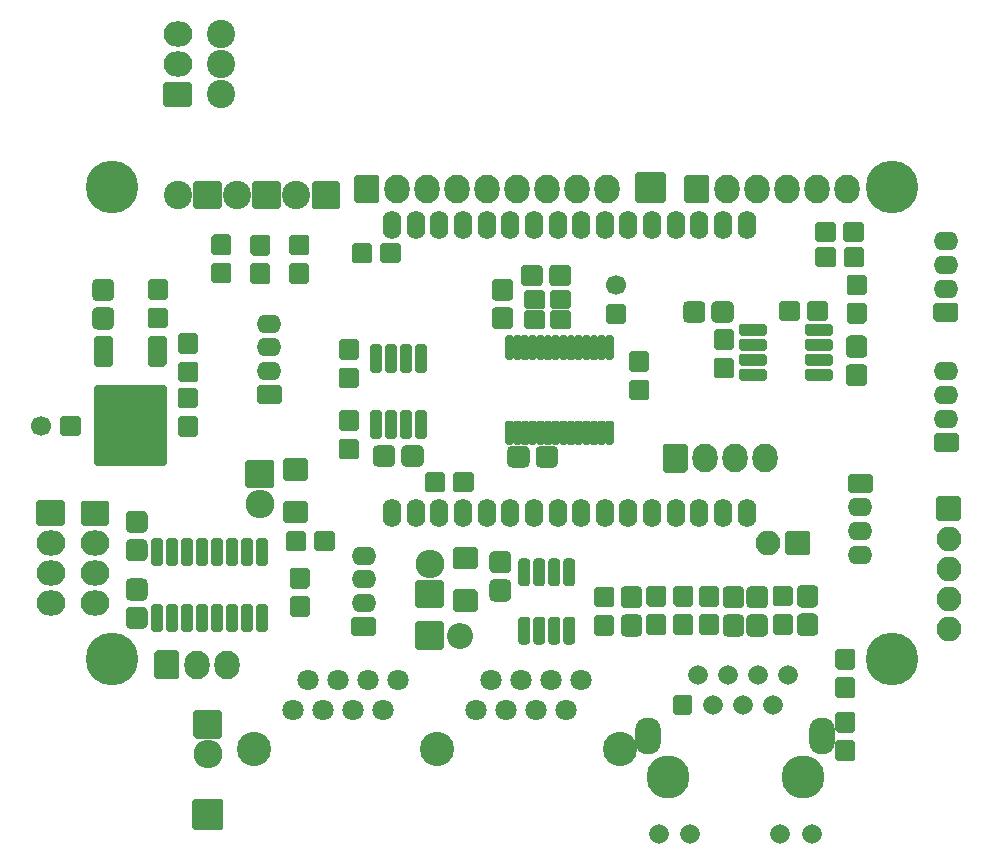
<source format=gts>
G04 #@! TF.GenerationSoftware,KiCad,Pcbnew,5.1.10-88a1d61d58~90~ubuntu20.04.1*
G04 #@! TF.CreationDate,2021-11-30T20:52:45+01:00*
G04 #@! TF.ProjectId,SRSE2,53525345-322e-46b6-9963-61645f706362,1.1*
G04 #@! TF.SameCoordinates,Original*
G04 #@! TF.FileFunction,Soldermask,Top*
G04 #@! TF.FilePolarity,Negative*
%FSLAX46Y46*%
G04 Gerber Fmt 4.6, Leading zero omitted, Abs format (unit mm)*
G04 Created by KiCad (PCBNEW 5.1.10-88a1d61d58~90~ubuntu20.04.1) date 2021-11-30 20:52:45*
%MOMM*%
%LPD*%
G01*
G04 APERTURE LIST*
%ADD10C,1.700000*%
%ADD11O,2.100000X2.100000*%
%ADD12O,1.600000X2.400000*%
%ADD13C,1.670000*%
%ADD14C,3.650000*%
%ADD15O,2.200000X3.143200*%
%ADD16C,1.800000*%
%ADD17C,2.900000*%
%ADD18C,4.464000*%
%ADD19C,2.400000*%
%ADD20O,2.127200X2.432000*%
%ADD21O,2.432000X2.432000*%
%ADD22O,2.432000X2.127200*%
%ADD23O,2.099260X1.598880*%
%ADD24O,2.200000X2.200000*%
G04 APERTURE END LIST*
G36*
G01*
X158707900Y-101114950D02*
X158707900Y-100053050D01*
G75*
G02*
X159101950Y-99659000I394050J0D01*
G01*
X160213850Y-99659000D01*
G75*
G02*
X160607900Y-100053050I0J-394050D01*
G01*
X160607900Y-101114950D01*
G75*
G02*
X160213850Y-101509000I-394050J0D01*
G01*
X159101950Y-101509000D01*
G75*
G02*
X158707900Y-101114950I0J394050D01*
G01*
G37*
G36*
G01*
X158207900Y-100053050D02*
X158207900Y-101114950D01*
G75*
G02*
X157813850Y-101509000I-394050J0D01*
G01*
X156701950Y-101509000D01*
G75*
G02*
X156307900Y-101114950I0J394050D01*
G01*
X156307900Y-100053050D01*
G75*
G02*
X156701950Y-99659000I394050J0D01*
G01*
X157813850Y-99659000D01*
G75*
G02*
X158207900Y-100053050I0J-394050D01*
G01*
G37*
G36*
G01*
X146416800Y-126394800D02*
X146916800Y-126394800D01*
G75*
G02*
X147166800Y-126644800I0J-250000D01*
G01*
X147166800Y-128494800D01*
G75*
G02*
X146916800Y-128744800I-250000J0D01*
G01*
X146416800Y-128744800D01*
G75*
G02*
X146166800Y-128494800I0J250000D01*
G01*
X146166800Y-126644800D01*
G75*
G02*
X146416800Y-126394800I250000J0D01*
G01*
G37*
G36*
G01*
X145146800Y-126394800D02*
X145646800Y-126394800D01*
G75*
G02*
X145896800Y-126644800I0J-250000D01*
G01*
X145896800Y-128494800D01*
G75*
G02*
X145646800Y-128744800I-250000J0D01*
G01*
X145146800Y-128744800D01*
G75*
G02*
X144896800Y-128494800I0J250000D01*
G01*
X144896800Y-126644800D01*
G75*
G02*
X145146800Y-126394800I250000J0D01*
G01*
G37*
G36*
G01*
X143876800Y-126394800D02*
X144376800Y-126394800D01*
G75*
G02*
X144626800Y-126644800I0J-250000D01*
G01*
X144626800Y-128494800D01*
G75*
G02*
X144376800Y-128744800I-250000J0D01*
G01*
X143876800Y-128744800D01*
G75*
G02*
X143626800Y-128494800I0J250000D01*
G01*
X143626800Y-126644800D01*
G75*
G02*
X143876800Y-126394800I250000J0D01*
G01*
G37*
G36*
G01*
X142606800Y-126394800D02*
X143106800Y-126394800D01*
G75*
G02*
X143356800Y-126644800I0J-250000D01*
G01*
X143356800Y-128494800D01*
G75*
G02*
X143106800Y-128744800I-250000J0D01*
G01*
X142606800Y-128744800D01*
G75*
G02*
X142356800Y-128494800I0J250000D01*
G01*
X142356800Y-126644800D01*
G75*
G02*
X142606800Y-126394800I250000J0D01*
G01*
G37*
G36*
G01*
X142606800Y-121444800D02*
X143106800Y-121444800D01*
G75*
G02*
X143356800Y-121694800I0J-250000D01*
G01*
X143356800Y-123544800D01*
G75*
G02*
X143106800Y-123794800I-250000J0D01*
G01*
X142606800Y-123794800D01*
G75*
G02*
X142356800Y-123544800I0J250000D01*
G01*
X142356800Y-121694800D01*
G75*
G02*
X142606800Y-121444800I250000J0D01*
G01*
G37*
G36*
G01*
X143876800Y-121444800D02*
X144376800Y-121444800D01*
G75*
G02*
X144626800Y-121694800I0J-250000D01*
G01*
X144626800Y-123544800D01*
G75*
G02*
X144376800Y-123794800I-250000J0D01*
G01*
X143876800Y-123794800D01*
G75*
G02*
X143626800Y-123544800I0J250000D01*
G01*
X143626800Y-121694800D01*
G75*
G02*
X143876800Y-121444800I250000J0D01*
G01*
G37*
G36*
G01*
X145146800Y-121444800D02*
X145646800Y-121444800D01*
G75*
G02*
X145896800Y-121694800I0J-250000D01*
G01*
X145896800Y-123544800D01*
G75*
G02*
X145646800Y-123794800I-250000J0D01*
G01*
X145146800Y-123794800D01*
G75*
G02*
X144896800Y-123544800I0J250000D01*
G01*
X144896800Y-121694800D01*
G75*
G02*
X145146800Y-121444800I250000J0D01*
G01*
G37*
G36*
G01*
X146416800Y-121444800D02*
X146916800Y-121444800D01*
G75*
G02*
X147166800Y-121694800I0J-250000D01*
G01*
X147166800Y-123544800D01*
G75*
G02*
X146916800Y-123794800I-250000J0D01*
G01*
X146416800Y-123794800D01*
G75*
G02*
X146166800Y-123544800I0J250000D01*
G01*
X146166800Y-121694800D01*
G75*
G02*
X146416800Y-121444800I250000J0D01*
G01*
G37*
G36*
G01*
X140312050Y-123211400D02*
X141373950Y-123211400D01*
G75*
G02*
X141768000Y-123605450I0J-394050D01*
G01*
X141768000Y-124717350D01*
G75*
G02*
X141373950Y-125111400I-394050J0D01*
G01*
X140312050Y-125111400D01*
G75*
G02*
X139918000Y-124717350I0J394050D01*
G01*
X139918000Y-123605450D01*
G75*
G02*
X140312050Y-123211400I394050J0D01*
G01*
G37*
G36*
G01*
X141373950Y-122711400D02*
X140312050Y-122711400D01*
G75*
G02*
X139918000Y-122317350I0J394050D01*
G01*
X139918000Y-121205450D01*
G75*
G02*
X140312050Y-120811400I394050J0D01*
G01*
X141373950Y-120811400D01*
G75*
G02*
X141768000Y-121205450I0J-394050D01*
G01*
X141768000Y-122317350D01*
G75*
G02*
X141373950Y-122711400I-394050J0D01*
G01*
G37*
G36*
G01*
X122644800Y-116572400D02*
X124344800Y-116572400D01*
G75*
G02*
X124544800Y-116772400I0J-200000D01*
G01*
X124544800Y-118272400D01*
G75*
G02*
X124344800Y-118472400I-200000J0D01*
G01*
X122644800Y-118472400D01*
G75*
G02*
X122444800Y-118272400I0J200000D01*
G01*
X122444800Y-116772400D01*
G75*
G02*
X122644800Y-116572400I200000J0D01*
G01*
G37*
G36*
G01*
X122644800Y-112972400D02*
X124344800Y-112972400D01*
G75*
G02*
X124544800Y-113172400I0J-200000D01*
G01*
X124544800Y-114672400D01*
G75*
G02*
X124344800Y-114872400I-200000J0D01*
G01*
X122644800Y-114872400D01*
G75*
G02*
X122444800Y-114672400I0J200000D01*
G01*
X122444800Y-113172400D01*
G75*
G02*
X122644800Y-112972400I200000J0D01*
G01*
G37*
G36*
G01*
X138721200Y-122365400D02*
X137021200Y-122365400D01*
G75*
G02*
X136821200Y-122165400I0J200000D01*
G01*
X136821200Y-120665400D01*
G75*
G02*
X137021200Y-120465400I200000J0D01*
G01*
X138721200Y-120465400D01*
G75*
G02*
X138921200Y-120665400I0J-200000D01*
G01*
X138921200Y-122165400D01*
G75*
G02*
X138721200Y-122365400I-200000J0D01*
G01*
G37*
G36*
G01*
X138721200Y-125965400D02*
X137021200Y-125965400D01*
G75*
G02*
X136821200Y-125765400I0J200000D01*
G01*
X136821200Y-124265400D01*
G75*
G02*
X137021200Y-124065400I200000J0D01*
G01*
X138721200Y-124065400D01*
G75*
G02*
X138921200Y-124265400I0J-200000D01*
G01*
X138921200Y-125765400D01*
G75*
G02*
X138721200Y-125965400I-200000J0D01*
G01*
G37*
G36*
G01*
X155687000Y-126182000D02*
X156987000Y-126182000D01*
G75*
G02*
X157187000Y-126382000I0J-200000D01*
G01*
X157187000Y-127732000D01*
G75*
G02*
X156987000Y-127932000I-200000J0D01*
G01*
X155687000Y-127932000D01*
G75*
G02*
X155487000Y-127732000I0J200000D01*
G01*
X155487000Y-126382000D01*
G75*
G02*
X155687000Y-126182000I200000J0D01*
G01*
G37*
G36*
G01*
X155687000Y-123782000D02*
X156987000Y-123782000D01*
G75*
G02*
X157187000Y-123982000I0J-200000D01*
G01*
X157187000Y-125332000D01*
G75*
G02*
X156987000Y-125532000I-200000J0D01*
G01*
X155687000Y-125532000D01*
G75*
G02*
X155487000Y-125332000I0J200000D01*
G01*
X155487000Y-123982000D01*
G75*
G02*
X155687000Y-123782000I200000J0D01*
G01*
G37*
G36*
G01*
X116571000Y-96413200D02*
X117871000Y-96413200D01*
G75*
G02*
X118071000Y-96613200I0J-200000D01*
G01*
X118071000Y-97963200D01*
G75*
G02*
X117871000Y-98163200I-200000J0D01*
G01*
X116571000Y-98163200D01*
G75*
G02*
X116371000Y-97963200I0J200000D01*
G01*
X116371000Y-96613200D01*
G75*
G02*
X116571000Y-96413200I200000J0D01*
G01*
G37*
G36*
G01*
X116571000Y-94013200D02*
X117871000Y-94013200D01*
G75*
G02*
X118071000Y-94213200I0J-200000D01*
G01*
X118071000Y-95563200D01*
G75*
G02*
X117871000Y-95763200I-200000J0D01*
G01*
X116571000Y-95763200D01*
G75*
G02*
X116371000Y-95563200I0J200000D01*
G01*
X116371000Y-94213200D01*
G75*
G02*
X116571000Y-94013200I200000J0D01*
G01*
G37*
G36*
G01*
X119873000Y-96464000D02*
X121173000Y-96464000D01*
G75*
G02*
X121373000Y-96664000I0J-200000D01*
G01*
X121373000Y-98014000D01*
G75*
G02*
X121173000Y-98214000I-200000J0D01*
G01*
X119873000Y-98214000D01*
G75*
G02*
X119673000Y-98014000I0J200000D01*
G01*
X119673000Y-96664000D01*
G75*
G02*
X119873000Y-96464000I200000J0D01*
G01*
G37*
G36*
G01*
X119873000Y-94064000D02*
X121173000Y-94064000D01*
G75*
G02*
X121373000Y-94264000I0J-200000D01*
G01*
X121373000Y-95614000D01*
G75*
G02*
X121173000Y-95814000I-200000J0D01*
G01*
X119873000Y-95814000D01*
G75*
G02*
X119673000Y-95614000I0J200000D01*
G01*
X119673000Y-94264000D01*
G75*
G02*
X119873000Y-94064000I200000J0D01*
G01*
G37*
G36*
G01*
X151965900Y-106306500D02*
X153265900Y-106306500D01*
G75*
G02*
X153465900Y-106506500I0J-200000D01*
G01*
X153465900Y-107856500D01*
G75*
G02*
X153265900Y-108056500I-200000J0D01*
G01*
X151965900Y-108056500D01*
G75*
G02*
X151765900Y-107856500I0J200000D01*
G01*
X151765900Y-106506500D01*
G75*
G02*
X151965900Y-106306500I200000J0D01*
G01*
G37*
G36*
G01*
X151965900Y-103906500D02*
X153265900Y-103906500D01*
G75*
G02*
X153465900Y-104106500I0J-200000D01*
G01*
X153465900Y-105456500D01*
G75*
G02*
X153265900Y-105656500I-200000J0D01*
G01*
X151965900Y-105656500D01*
G75*
G02*
X151765900Y-105456500I0J200000D01*
G01*
X151765900Y-104106500D01*
G75*
G02*
X151965900Y-103906500I200000J0D01*
G01*
G37*
G36*
G01*
X123149600Y-96438600D02*
X124449600Y-96438600D01*
G75*
G02*
X124649600Y-96638600I0J-200000D01*
G01*
X124649600Y-97988600D01*
G75*
G02*
X124449600Y-98188600I-200000J0D01*
G01*
X123149600Y-98188600D01*
G75*
G02*
X122949600Y-97988600I0J200000D01*
G01*
X122949600Y-96638600D01*
G75*
G02*
X123149600Y-96438600I200000J0D01*
G01*
G37*
G36*
G01*
X123149600Y-94038600D02*
X124449600Y-94038600D01*
G75*
G02*
X124649600Y-94238600I0J-200000D01*
G01*
X124649600Y-95588600D01*
G75*
G02*
X124449600Y-95788600I-200000J0D01*
G01*
X123149600Y-95788600D01*
G75*
G02*
X122949600Y-95588600I0J200000D01*
G01*
X122949600Y-94238600D01*
G75*
G02*
X123149600Y-94038600I200000J0D01*
G01*
G37*
G36*
G01*
X166825000Y-101150000D02*
X166825000Y-99850000D01*
G75*
G02*
X167025000Y-99650000I200000J0D01*
G01*
X168375000Y-99650000D01*
G75*
G02*
X168575000Y-99850000I0J-200000D01*
G01*
X168575000Y-101150000D01*
G75*
G02*
X168375000Y-101350000I-200000J0D01*
G01*
X167025000Y-101350000D01*
G75*
G02*
X166825000Y-101150000I0J200000D01*
G01*
G37*
G36*
G01*
X164425000Y-101150000D02*
X164425000Y-99850000D01*
G75*
G02*
X164625000Y-99650000I200000J0D01*
G01*
X165975000Y-99650000D01*
G75*
G02*
X166175000Y-99850000I0J-200000D01*
G01*
X166175000Y-101150000D01*
G75*
G02*
X165975000Y-101350000I-200000J0D01*
G01*
X164625000Y-101350000D01*
G75*
G02*
X164425000Y-101150000I0J200000D01*
G01*
G37*
G36*
G01*
X171650000Y-99175000D02*
X170350000Y-99175000D01*
G75*
G02*
X170150000Y-98975000I0J200000D01*
G01*
X170150000Y-97625000D01*
G75*
G02*
X170350000Y-97425000I200000J0D01*
G01*
X171650000Y-97425000D01*
G75*
G02*
X171850000Y-97625000I0J-200000D01*
G01*
X171850000Y-98975000D01*
G75*
G02*
X171650000Y-99175000I-200000J0D01*
G01*
G37*
G36*
G01*
X171650000Y-101575000D02*
X170350000Y-101575000D01*
G75*
G02*
X170150000Y-101375000I0J200000D01*
G01*
X170150000Y-100025000D01*
G75*
G02*
X170350000Y-99825000I200000J0D01*
G01*
X171650000Y-99825000D01*
G75*
G02*
X171850000Y-100025000I0J-200000D01*
G01*
X171850000Y-101375000D01*
G75*
G02*
X171650000Y-101575000I-200000J0D01*
G01*
G37*
G36*
G01*
X150281400Y-125582800D02*
X148981400Y-125582800D01*
G75*
G02*
X148781400Y-125382800I0J200000D01*
G01*
X148781400Y-124032800D01*
G75*
G02*
X148981400Y-123832800I200000J0D01*
G01*
X150281400Y-123832800D01*
G75*
G02*
X150481400Y-124032800I0J-200000D01*
G01*
X150481400Y-125382800D01*
G75*
G02*
X150281400Y-125582800I-200000J0D01*
G01*
G37*
G36*
G01*
X150281400Y-127982800D02*
X148981400Y-127982800D01*
G75*
G02*
X148781400Y-127782800I0J200000D01*
G01*
X148781400Y-126432800D01*
G75*
G02*
X148981400Y-126232800I200000J0D01*
G01*
X150281400Y-126232800D01*
G75*
G02*
X150481400Y-126432800I0J-200000D01*
G01*
X150481400Y-127782800D01*
G75*
G02*
X150281400Y-127982800I-200000J0D01*
G01*
G37*
G36*
G01*
X169403000Y-136850000D02*
X170703000Y-136850000D01*
G75*
G02*
X170903000Y-137050000I0J-200000D01*
G01*
X170903000Y-138400000D01*
G75*
G02*
X170703000Y-138600000I-200000J0D01*
G01*
X169403000Y-138600000D01*
G75*
G02*
X169203000Y-138400000I0J200000D01*
G01*
X169203000Y-137050000D01*
G75*
G02*
X169403000Y-136850000I200000J0D01*
G01*
G37*
G36*
G01*
X169403000Y-134450000D02*
X170703000Y-134450000D01*
G75*
G02*
X170903000Y-134650000I0J-200000D01*
G01*
X170903000Y-136000000D01*
G75*
G02*
X170703000Y-136200000I-200000J0D01*
G01*
X169403000Y-136200000D01*
G75*
G02*
X169203000Y-136000000I0J200000D01*
G01*
X169203000Y-134650000D01*
G75*
G02*
X169403000Y-134450000I200000J0D01*
G01*
G37*
G36*
G01*
X169403000Y-131516000D02*
X170703000Y-131516000D01*
G75*
G02*
X170903000Y-131716000I0J-200000D01*
G01*
X170903000Y-133066000D01*
G75*
G02*
X170703000Y-133266000I-200000J0D01*
G01*
X169403000Y-133266000D01*
G75*
G02*
X169203000Y-133066000I0J200000D01*
G01*
X169203000Y-131716000D01*
G75*
G02*
X169403000Y-131516000I200000J0D01*
G01*
G37*
G36*
G01*
X169403000Y-129116000D02*
X170703000Y-129116000D01*
G75*
G02*
X170903000Y-129316000I0J-200000D01*
G01*
X170903000Y-130666000D01*
G75*
G02*
X170703000Y-130866000I-200000J0D01*
G01*
X169403000Y-130866000D01*
G75*
G02*
X169203000Y-130666000I0J200000D01*
G01*
X169203000Y-129316000D01*
G75*
G02*
X169403000Y-129116000I200000J0D01*
G01*
G37*
G36*
G01*
X153401000Y-126182000D02*
X154701000Y-126182000D01*
G75*
G02*
X154901000Y-126382000I0J-200000D01*
G01*
X154901000Y-127732000D01*
G75*
G02*
X154701000Y-127932000I-200000J0D01*
G01*
X153401000Y-127932000D01*
G75*
G02*
X153201000Y-127732000I0J200000D01*
G01*
X153201000Y-126382000D01*
G75*
G02*
X153401000Y-126182000I200000J0D01*
G01*
G37*
G36*
G01*
X153401000Y-123782000D02*
X154701000Y-123782000D01*
G75*
G02*
X154901000Y-123982000I0J-200000D01*
G01*
X154901000Y-125332000D01*
G75*
G02*
X154701000Y-125532000I-200000J0D01*
G01*
X153401000Y-125532000D01*
G75*
G02*
X153201000Y-125332000I0J200000D01*
G01*
X153201000Y-123982000D01*
G75*
G02*
X153401000Y-123782000I200000J0D01*
G01*
G37*
G36*
G01*
X157846000Y-126182000D02*
X159146000Y-126182000D01*
G75*
G02*
X159346000Y-126382000I0J-200000D01*
G01*
X159346000Y-127732000D01*
G75*
G02*
X159146000Y-127932000I-200000J0D01*
G01*
X157846000Y-127932000D01*
G75*
G02*
X157646000Y-127732000I0J200000D01*
G01*
X157646000Y-126382000D01*
G75*
G02*
X157846000Y-126182000I200000J0D01*
G01*
G37*
G36*
G01*
X157846000Y-123782000D02*
X159146000Y-123782000D01*
G75*
G02*
X159346000Y-123982000I0J-200000D01*
G01*
X159346000Y-125332000D01*
G75*
G02*
X159146000Y-125532000I-200000J0D01*
G01*
X157846000Y-125532000D01*
G75*
G02*
X157646000Y-125332000I0J200000D01*
G01*
X157646000Y-123982000D01*
G75*
G02*
X157846000Y-123782000I200000J0D01*
G01*
G37*
G36*
G01*
X164119800Y-126156600D02*
X165419800Y-126156600D01*
G75*
G02*
X165619800Y-126356600I0J-200000D01*
G01*
X165619800Y-127706600D01*
G75*
G02*
X165419800Y-127906600I-200000J0D01*
G01*
X164119800Y-127906600D01*
G75*
G02*
X163919800Y-127706600I0J200000D01*
G01*
X163919800Y-126356600D01*
G75*
G02*
X164119800Y-126156600I200000J0D01*
G01*
G37*
G36*
G01*
X164119800Y-123756600D02*
X165419800Y-123756600D01*
G75*
G02*
X165619800Y-123956600I0J-200000D01*
G01*
X165619800Y-125306600D01*
G75*
G02*
X165419800Y-125506600I-200000J0D01*
G01*
X164119800Y-125506600D01*
G75*
G02*
X163919800Y-125306600I0J200000D01*
G01*
X163919800Y-123956600D01*
G75*
G02*
X164119800Y-123756600I200000J0D01*
G01*
G37*
G36*
G01*
X136175000Y-114350000D02*
X136175000Y-115650000D01*
G75*
G02*
X135975000Y-115850000I-200000J0D01*
G01*
X134625000Y-115850000D01*
G75*
G02*
X134425000Y-115650000I0J200000D01*
G01*
X134425000Y-114350000D01*
G75*
G02*
X134625000Y-114150000I200000J0D01*
G01*
X135975000Y-114150000D01*
G75*
G02*
X136175000Y-114350000I0J-200000D01*
G01*
G37*
G36*
G01*
X138575000Y-114350000D02*
X138575000Y-115650000D01*
G75*
G02*
X138375000Y-115850000I-200000J0D01*
G01*
X137025000Y-115850000D01*
G75*
G02*
X136825000Y-115650000I0J200000D01*
G01*
X136825000Y-114350000D01*
G75*
G02*
X137025000Y-114150000I200000J0D01*
G01*
X138375000Y-114150000D01*
G75*
G02*
X138575000Y-114350000I0J-200000D01*
G01*
G37*
G36*
G01*
X160416000Y-103815000D02*
X159116000Y-103815000D01*
G75*
G02*
X158916000Y-103615000I0J200000D01*
G01*
X158916000Y-102265000D01*
G75*
G02*
X159116000Y-102065000I200000J0D01*
G01*
X160416000Y-102065000D01*
G75*
G02*
X160616000Y-102265000I0J-200000D01*
G01*
X160616000Y-103615000D01*
G75*
G02*
X160416000Y-103815000I-200000J0D01*
G01*
G37*
G36*
G01*
X160416000Y-106215000D02*
X159116000Y-106215000D01*
G75*
G02*
X158916000Y-106015000I0J200000D01*
G01*
X158916000Y-104665000D01*
G75*
G02*
X159116000Y-104465000I200000J0D01*
G01*
X160416000Y-104465000D01*
G75*
G02*
X160616000Y-104665000I0J-200000D01*
G01*
X160616000Y-106015000D01*
G75*
G02*
X160416000Y-106215000I-200000J0D01*
G01*
G37*
G36*
G01*
X130648600Y-96255600D02*
X130648600Y-94955600D01*
G75*
G02*
X130848600Y-94755600I200000J0D01*
G01*
X132198600Y-94755600D01*
G75*
G02*
X132398600Y-94955600I0J-200000D01*
G01*
X132398600Y-96255600D01*
G75*
G02*
X132198600Y-96455600I-200000J0D01*
G01*
X130848600Y-96455600D01*
G75*
G02*
X130648600Y-96255600I0J200000D01*
G01*
G37*
G36*
G01*
X128248600Y-96255600D02*
X128248600Y-94955600D01*
G75*
G02*
X128448600Y-94755600I200000J0D01*
G01*
X129798600Y-94755600D01*
G75*
G02*
X129998600Y-94955600I0J-200000D01*
G01*
X129998600Y-96255600D01*
G75*
G02*
X129798600Y-96455600I-200000J0D01*
G01*
X128448600Y-96455600D01*
G75*
G02*
X128248600Y-96255600I0J200000D01*
G01*
G37*
G36*
G01*
X124500400Y-124004200D02*
X123200400Y-124004200D01*
G75*
G02*
X123000400Y-123804200I0J200000D01*
G01*
X123000400Y-122454200D01*
G75*
G02*
X123200400Y-122254200I200000J0D01*
G01*
X124500400Y-122254200D01*
G75*
G02*
X124700400Y-122454200I0J-200000D01*
G01*
X124700400Y-123804200D01*
G75*
G02*
X124500400Y-124004200I-200000J0D01*
G01*
G37*
G36*
G01*
X124500400Y-126404200D02*
X123200400Y-126404200D01*
G75*
G02*
X123000400Y-126204200I0J200000D01*
G01*
X123000400Y-124854200D01*
G75*
G02*
X123200400Y-124654200I200000J0D01*
G01*
X124500400Y-124654200D01*
G75*
G02*
X124700400Y-124854200I0J-200000D01*
G01*
X124700400Y-126204200D01*
G75*
G02*
X124500400Y-126404200I-200000J0D01*
G01*
G37*
G36*
G01*
X124414400Y-119339600D02*
X124414400Y-120639600D01*
G75*
G02*
X124214400Y-120839600I-200000J0D01*
G01*
X122864400Y-120839600D01*
G75*
G02*
X122664400Y-120639600I0J200000D01*
G01*
X122664400Y-119339600D01*
G75*
G02*
X122864400Y-119139600I200000J0D01*
G01*
X124214400Y-119139600D01*
G75*
G02*
X124414400Y-119339600I0J-200000D01*
G01*
G37*
G36*
G01*
X126814400Y-119339600D02*
X126814400Y-120639600D01*
G75*
G02*
X126614400Y-120839600I-200000J0D01*
G01*
X125264400Y-120839600D01*
G75*
G02*
X125064400Y-120639600I0J200000D01*
G01*
X125064400Y-119339600D01*
G75*
G02*
X125264400Y-119139600I200000J0D01*
G01*
X126614400Y-119139600D01*
G75*
G02*
X126814400Y-119339600I0J-200000D01*
G01*
G37*
G36*
G01*
X113726200Y-109392600D02*
X115026200Y-109392600D01*
G75*
G02*
X115226200Y-109592600I0J-200000D01*
G01*
X115226200Y-110942600D01*
G75*
G02*
X115026200Y-111142600I-200000J0D01*
G01*
X113726200Y-111142600D01*
G75*
G02*
X113526200Y-110942600I0J200000D01*
G01*
X113526200Y-109592600D01*
G75*
G02*
X113726200Y-109392600I200000J0D01*
G01*
G37*
G36*
G01*
X113726200Y-106992600D02*
X115026200Y-106992600D01*
G75*
G02*
X115226200Y-107192600I0J-200000D01*
G01*
X115226200Y-108542600D01*
G75*
G02*
X115026200Y-108742600I-200000J0D01*
G01*
X113726200Y-108742600D01*
G75*
G02*
X113526200Y-108542600I0J200000D01*
G01*
X113526200Y-107192600D01*
G75*
G02*
X113726200Y-106992600I200000J0D01*
G01*
G37*
G36*
G01*
X128666000Y-110673000D02*
X127366000Y-110673000D01*
G75*
G02*
X127166000Y-110473000I0J200000D01*
G01*
X127166000Y-109123000D01*
G75*
G02*
X127366000Y-108923000I200000J0D01*
G01*
X128666000Y-108923000D01*
G75*
G02*
X128866000Y-109123000I0J-200000D01*
G01*
X128866000Y-110473000D01*
G75*
G02*
X128666000Y-110673000I-200000J0D01*
G01*
G37*
G36*
G01*
X128666000Y-113073000D02*
X127366000Y-113073000D01*
G75*
G02*
X127166000Y-112873000I0J200000D01*
G01*
X127166000Y-111523000D01*
G75*
G02*
X127366000Y-111323000I200000J0D01*
G01*
X128666000Y-111323000D01*
G75*
G02*
X128866000Y-111523000I0J-200000D01*
G01*
X128866000Y-112873000D01*
G75*
G02*
X128666000Y-113073000I-200000J0D01*
G01*
G37*
G36*
G01*
X127366000Y-105299400D02*
X128666000Y-105299400D01*
G75*
G02*
X128866000Y-105499400I0J-200000D01*
G01*
X128866000Y-106849400D01*
G75*
G02*
X128666000Y-107049400I-200000J0D01*
G01*
X127366000Y-107049400D01*
G75*
G02*
X127166000Y-106849400I0J200000D01*
G01*
X127166000Y-105499400D01*
G75*
G02*
X127366000Y-105299400I200000J0D01*
G01*
G37*
G36*
G01*
X127366000Y-102899400D02*
X128666000Y-102899400D01*
G75*
G02*
X128866000Y-103099400I0J-200000D01*
G01*
X128866000Y-104449400D01*
G75*
G02*
X128666000Y-104649400I-200000J0D01*
G01*
X127366000Y-104649400D01*
G75*
G02*
X127166000Y-104449400I0J200000D01*
G01*
X127166000Y-103099400D01*
G75*
G02*
X127366000Y-102899400I200000J0D01*
G01*
G37*
G36*
G01*
X169908100Y-96611200D02*
X169908100Y-95311200D01*
G75*
G02*
X170108100Y-95111200I200000J0D01*
G01*
X171458100Y-95111200D01*
G75*
G02*
X171658100Y-95311200I0J-200000D01*
G01*
X171658100Y-96611200D01*
G75*
G02*
X171458100Y-96811200I-200000J0D01*
G01*
X170108100Y-96811200D01*
G75*
G02*
X169908100Y-96611200I0J200000D01*
G01*
G37*
G36*
G01*
X167508100Y-96611200D02*
X167508100Y-95311200D01*
G75*
G02*
X167708100Y-95111200I200000J0D01*
G01*
X169058100Y-95111200D01*
G75*
G02*
X169258100Y-95311200I0J-200000D01*
G01*
X169258100Y-96611200D01*
G75*
G02*
X169058100Y-96811200I-200000J0D01*
G01*
X167708100Y-96811200D01*
G75*
G02*
X167508100Y-96611200I0J200000D01*
G01*
G37*
G36*
G01*
X169232700Y-93164900D02*
X169232700Y-94464900D01*
G75*
G02*
X169032700Y-94664900I-200000J0D01*
G01*
X167682700Y-94664900D01*
G75*
G02*
X167482700Y-94464900I0J200000D01*
G01*
X167482700Y-93164900D01*
G75*
G02*
X167682700Y-92964900I200000J0D01*
G01*
X169032700Y-92964900D01*
G75*
G02*
X169232700Y-93164900I0J-200000D01*
G01*
G37*
G36*
G01*
X171632700Y-93164900D02*
X171632700Y-94464900D01*
G75*
G02*
X171432700Y-94664900I-200000J0D01*
G01*
X170082700Y-94664900D01*
G75*
G02*
X169882700Y-94464900I0J200000D01*
G01*
X169882700Y-93164900D01*
G75*
G02*
X170082700Y-92964900I200000J0D01*
G01*
X171432700Y-92964900D01*
G75*
G02*
X171632700Y-93164900I0J-200000D01*
G01*
G37*
G36*
G01*
X113751600Y-104795200D02*
X115051600Y-104795200D01*
G75*
G02*
X115251600Y-104995200I0J-200000D01*
G01*
X115251600Y-106345200D01*
G75*
G02*
X115051600Y-106545200I-200000J0D01*
G01*
X113751600Y-106545200D01*
G75*
G02*
X113551600Y-106345200I0J200000D01*
G01*
X113551600Y-104995200D01*
G75*
G02*
X113751600Y-104795200I200000J0D01*
G01*
G37*
G36*
G01*
X113751600Y-102395200D02*
X115051600Y-102395200D01*
G75*
G02*
X115251600Y-102595200I0J-200000D01*
G01*
X115251600Y-103945200D01*
G75*
G02*
X115051600Y-104145200I-200000J0D01*
G01*
X113751600Y-104145200D01*
G75*
G02*
X113551600Y-103945200I0J200000D01*
G01*
X113551600Y-102595200D01*
G75*
G02*
X113751600Y-102395200I200000J0D01*
G01*
G37*
G36*
G01*
X111186200Y-100223200D02*
X112486200Y-100223200D01*
G75*
G02*
X112686200Y-100423200I0J-200000D01*
G01*
X112686200Y-101773200D01*
G75*
G02*
X112486200Y-101973200I-200000J0D01*
G01*
X111186200Y-101973200D01*
G75*
G02*
X110986200Y-101773200I0J200000D01*
G01*
X110986200Y-100423200D01*
G75*
G02*
X111186200Y-100223200I200000J0D01*
G01*
G37*
G36*
G01*
X111186200Y-97823200D02*
X112486200Y-97823200D01*
G75*
G02*
X112686200Y-98023200I0J-200000D01*
G01*
X112686200Y-99373200D01*
G75*
G02*
X112486200Y-99573200I-200000J0D01*
G01*
X111186200Y-99573200D01*
G75*
G02*
X110986200Y-99373200I0J200000D01*
G01*
X110986200Y-98023200D01*
G75*
G02*
X111186200Y-97823200I200000J0D01*
G01*
G37*
G36*
G01*
X106682450Y-100173600D02*
X107744350Y-100173600D01*
G75*
G02*
X108138400Y-100567650I0J-394050D01*
G01*
X108138400Y-101679550D01*
G75*
G02*
X107744350Y-102073600I-394050J0D01*
G01*
X106682450Y-102073600D01*
G75*
G02*
X106288400Y-101679550I0J394050D01*
G01*
X106288400Y-100567650D01*
G75*
G02*
X106682450Y-100173600I394050J0D01*
G01*
G37*
G36*
G01*
X107744350Y-99673600D02*
X106682450Y-99673600D01*
G75*
G02*
X106288400Y-99279550I0J394050D01*
G01*
X106288400Y-98167650D01*
G75*
G02*
X106682450Y-97773600I394050J0D01*
G01*
X107744350Y-97773600D01*
G75*
G02*
X108138400Y-98167650I0J-394050D01*
G01*
X108138400Y-99279550D01*
G75*
G02*
X107744350Y-99673600I-394050J0D01*
G01*
G37*
G36*
G01*
X109514550Y-125535500D02*
X110576450Y-125535500D01*
G75*
G02*
X110970500Y-125929550I0J-394050D01*
G01*
X110970500Y-127041450D01*
G75*
G02*
X110576450Y-127435500I-394050J0D01*
G01*
X109514550Y-127435500D01*
G75*
G02*
X109120500Y-127041450I0J394050D01*
G01*
X109120500Y-125929550D01*
G75*
G02*
X109514550Y-125535500I394050J0D01*
G01*
G37*
G36*
G01*
X110576450Y-125035500D02*
X109514550Y-125035500D01*
G75*
G02*
X109120500Y-124641450I0J394050D01*
G01*
X109120500Y-123529550D01*
G75*
G02*
X109514550Y-123135500I394050J0D01*
G01*
X110576450Y-123135500D01*
G75*
G02*
X110970500Y-123529550I0J-394050D01*
G01*
X110970500Y-124641450D01*
G75*
G02*
X110576450Y-125035500I-394050J0D01*
G01*
G37*
G36*
G01*
X109514550Y-119807800D02*
X110576450Y-119807800D01*
G75*
G02*
X110970500Y-120201850I0J-394050D01*
G01*
X110970500Y-121313750D01*
G75*
G02*
X110576450Y-121707800I-394050J0D01*
G01*
X109514550Y-121707800D01*
G75*
G02*
X109120500Y-121313750I0J394050D01*
G01*
X109120500Y-120201850D01*
G75*
G02*
X109514550Y-119807800I394050J0D01*
G01*
G37*
G36*
G01*
X110576450Y-119307800D02*
X109514550Y-119307800D01*
G75*
G02*
X109120500Y-118913750I0J394050D01*
G01*
X109120500Y-117801850D01*
G75*
G02*
X109514550Y-117407800I394050J0D01*
G01*
X110576450Y-117407800D01*
G75*
G02*
X110970500Y-117801850I0J-394050D01*
G01*
X110970500Y-118913750D01*
G75*
G02*
X110576450Y-119307800I-394050J0D01*
G01*
G37*
G36*
G01*
X143323500Y-112308550D02*
X143323500Y-113370450D01*
G75*
G02*
X142929450Y-113764500I-394050J0D01*
G01*
X141817550Y-113764500D01*
G75*
G02*
X141423500Y-113370450I0J394050D01*
G01*
X141423500Y-112308550D01*
G75*
G02*
X141817550Y-111914500I394050J0D01*
G01*
X142929450Y-111914500D01*
G75*
G02*
X143323500Y-112308550I0J-394050D01*
G01*
G37*
G36*
G01*
X143823500Y-113370450D02*
X143823500Y-112308550D01*
G75*
G02*
X144217550Y-111914500I394050J0D01*
G01*
X145329450Y-111914500D01*
G75*
G02*
X145723500Y-112308550I0J-394050D01*
G01*
X145723500Y-113370450D01*
G75*
G02*
X145329450Y-113764500I-394050J0D01*
G01*
X144217550Y-113764500D01*
G75*
G02*
X143823500Y-113370450I0J394050D01*
G01*
G37*
G36*
G01*
X141551750Y-99660900D02*
X140489850Y-99660900D01*
G75*
G02*
X140095800Y-99266850I0J394050D01*
G01*
X140095800Y-98154950D01*
G75*
G02*
X140489850Y-97760900I394050J0D01*
G01*
X141551750Y-97760900D01*
G75*
G02*
X141945800Y-98154950I0J-394050D01*
G01*
X141945800Y-99266850D01*
G75*
G02*
X141551750Y-99660900I-394050J0D01*
G01*
G37*
G36*
G01*
X140489850Y-100160900D02*
X141551750Y-100160900D01*
G75*
G02*
X141945800Y-100554950I0J-394050D01*
G01*
X141945800Y-101666850D01*
G75*
G02*
X141551750Y-102060900I-394050J0D01*
G01*
X140489850Y-102060900D01*
G75*
G02*
X140095800Y-101666850I0J394050D01*
G01*
X140095800Y-100554950D01*
G75*
G02*
X140489850Y-100160900I394050J0D01*
G01*
G37*
G36*
G01*
X144448400Y-96966950D02*
X144448400Y-98028850D01*
G75*
G02*
X144054350Y-98422900I-394050J0D01*
G01*
X142942450Y-98422900D01*
G75*
G02*
X142548400Y-98028850I0J394050D01*
G01*
X142548400Y-96966950D01*
G75*
G02*
X142942450Y-96572900I394050J0D01*
G01*
X144054350Y-96572900D01*
G75*
G02*
X144448400Y-96966950I0J-394050D01*
G01*
G37*
G36*
G01*
X144948400Y-98028850D02*
X144948400Y-96966950D01*
G75*
G02*
X145342450Y-96572900I394050J0D01*
G01*
X146454350Y-96572900D01*
G75*
G02*
X146848400Y-96966950I0J-394050D01*
G01*
X146848400Y-98028850D01*
G75*
G02*
X146454350Y-98422900I-394050J0D01*
G01*
X145342450Y-98422900D01*
G75*
G02*
X144948400Y-98028850I0J394050D01*
G01*
G37*
G36*
G01*
X132457000Y-113306950D02*
X132457000Y-112245050D01*
G75*
G02*
X132851050Y-111851000I394050J0D01*
G01*
X133962950Y-111851000D01*
G75*
G02*
X134357000Y-112245050I0J-394050D01*
G01*
X134357000Y-113306950D01*
G75*
G02*
X133962950Y-113701000I-394050J0D01*
G01*
X132851050Y-113701000D01*
G75*
G02*
X132457000Y-113306950I0J394050D01*
G01*
G37*
G36*
G01*
X131957000Y-112245050D02*
X131957000Y-113306950D01*
G75*
G02*
X131562950Y-113701000I-394050J0D01*
G01*
X130451050Y-113701000D01*
G75*
G02*
X130057000Y-113306950I0J394050D01*
G01*
X130057000Y-112245050D01*
G75*
G02*
X130451050Y-111851000I394050J0D01*
G01*
X131562950Y-111851000D01*
G75*
G02*
X131957000Y-112245050I0J-394050D01*
G01*
G37*
G36*
G01*
X171530950Y-104474200D02*
X170469050Y-104474200D01*
G75*
G02*
X170075000Y-104080150I0J394050D01*
G01*
X170075000Y-102968250D01*
G75*
G02*
X170469050Y-102574200I394050J0D01*
G01*
X171530950Y-102574200D01*
G75*
G02*
X171925000Y-102968250I0J-394050D01*
G01*
X171925000Y-104080150D01*
G75*
G02*
X171530950Y-104474200I-394050J0D01*
G01*
G37*
G36*
G01*
X170469050Y-104974200D02*
X171530950Y-104974200D01*
G75*
G02*
X171925000Y-105368250I0J-394050D01*
G01*
X171925000Y-106480150D01*
G75*
G02*
X171530950Y-106874200I-394050J0D01*
G01*
X170469050Y-106874200D01*
G75*
G02*
X170075000Y-106480150I0J394050D01*
G01*
X170075000Y-105368250D01*
G75*
G02*
X170469050Y-104974200I394050J0D01*
G01*
G37*
G36*
G01*
X167383550Y-125607000D02*
X166321650Y-125607000D01*
G75*
G02*
X165927600Y-125212950I0J394050D01*
G01*
X165927600Y-124101050D01*
G75*
G02*
X166321650Y-123707000I394050J0D01*
G01*
X167383550Y-123707000D01*
G75*
G02*
X167777600Y-124101050I0J-394050D01*
G01*
X167777600Y-125212950D01*
G75*
G02*
X167383550Y-125607000I-394050J0D01*
G01*
G37*
G36*
G01*
X166321650Y-126107000D02*
X167383550Y-126107000D01*
G75*
G02*
X167777600Y-126501050I0J-394050D01*
G01*
X167777600Y-127612950D01*
G75*
G02*
X167383550Y-128007000I-394050J0D01*
G01*
X166321650Y-128007000D01*
G75*
G02*
X165927600Y-127612950I0J394050D01*
G01*
X165927600Y-126501050D01*
G75*
G02*
X166321650Y-126107000I394050J0D01*
G01*
G37*
G36*
G01*
X163116350Y-125683200D02*
X162054450Y-125683200D01*
G75*
G02*
X161660400Y-125289150I0J394050D01*
G01*
X161660400Y-124177250D01*
G75*
G02*
X162054450Y-123783200I394050J0D01*
G01*
X163116350Y-123783200D01*
G75*
G02*
X163510400Y-124177250I0J-394050D01*
G01*
X163510400Y-125289150D01*
G75*
G02*
X163116350Y-125683200I-394050J0D01*
G01*
G37*
G36*
G01*
X162054450Y-126183200D02*
X163116350Y-126183200D01*
G75*
G02*
X163510400Y-126577250I0J-394050D01*
G01*
X163510400Y-127689150D01*
G75*
G02*
X163116350Y-128083200I-394050J0D01*
G01*
X162054450Y-128083200D01*
G75*
G02*
X161660400Y-127689150I0J394050D01*
G01*
X161660400Y-126577250D01*
G75*
G02*
X162054450Y-126183200I394050J0D01*
G01*
G37*
G36*
G01*
X160047850Y-126183200D02*
X161109750Y-126183200D01*
G75*
G02*
X161503800Y-126577250I0J-394050D01*
G01*
X161503800Y-127689150D01*
G75*
G02*
X161109750Y-128083200I-394050J0D01*
G01*
X160047850Y-128083200D01*
G75*
G02*
X159653800Y-127689150I0J394050D01*
G01*
X159653800Y-126577250D01*
G75*
G02*
X160047850Y-126183200I394050J0D01*
G01*
G37*
G36*
G01*
X161109750Y-125683200D02*
X160047850Y-125683200D01*
G75*
G02*
X159653800Y-125289150I0J394050D01*
G01*
X159653800Y-124177250D01*
G75*
G02*
X160047850Y-123783200I394050J0D01*
G01*
X161109750Y-123783200D01*
G75*
G02*
X161503800Y-124177250I0J-394050D01*
G01*
X161503800Y-125289150D01*
G75*
G02*
X161109750Y-125683200I-394050J0D01*
G01*
G37*
G36*
G01*
X151411850Y-126183200D02*
X152473750Y-126183200D01*
G75*
G02*
X152867800Y-126577250I0J-394050D01*
G01*
X152867800Y-127689150D01*
G75*
G02*
X152473750Y-128083200I-394050J0D01*
G01*
X151411850Y-128083200D01*
G75*
G02*
X151017800Y-127689150I0J394050D01*
G01*
X151017800Y-126577250D01*
G75*
G02*
X151411850Y-126183200I394050J0D01*
G01*
G37*
G36*
G01*
X152473750Y-125683200D02*
X151411850Y-125683200D01*
G75*
G02*
X151017800Y-125289150I0J394050D01*
G01*
X151017800Y-124177250D01*
G75*
G02*
X151411850Y-123783200I394050J0D01*
G01*
X152473750Y-123783200D01*
G75*
G02*
X152867800Y-124177250I0J-394050D01*
G01*
X152867800Y-125289150D01*
G75*
G02*
X152473750Y-125683200I-394050J0D01*
G01*
G37*
G36*
G01*
X106624800Y-106802400D02*
X112424800Y-106802400D01*
G75*
G02*
X112624800Y-107002400I0J-200000D01*
G01*
X112624800Y-113402400D01*
G75*
G02*
X112424800Y-113602400I-200000J0D01*
G01*
X106624800Y-113602400D01*
G75*
G02*
X106424800Y-113402400I0J200000D01*
G01*
X106424800Y-107002400D01*
G75*
G02*
X106624800Y-106802400I200000J0D01*
G01*
G37*
G36*
G01*
X106644800Y-102602400D02*
X107844800Y-102602400D01*
G75*
G02*
X108044800Y-102802400I0J-200000D01*
G01*
X108044800Y-105002400D01*
G75*
G02*
X107844800Y-105202400I-200000J0D01*
G01*
X106644800Y-105202400D01*
G75*
G02*
X106444800Y-105002400I0J200000D01*
G01*
X106444800Y-102802400D01*
G75*
G02*
X106644800Y-102602400I200000J0D01*
G01*
G37*
G36*
G01*
X111204800Y-102602400D02*
X112404800Y-102602400D01*
G75*
G02*
X112604800Y-102802400I0J-200000D01*
G01*
X112604800Y-105002400D01*
G75*
G02*
X112404800Y-105202400I-200000J0D01*
G01*
X111204800Y-105202400D01*
G75*
G02*
X111004800Y-105002400I0J200000D01*
G01*
X111004800Y-102802400D01*
G75*
G02*
X111204800Y-102602400I200000J0D01*
G01*
G37*
G36*
G01*
X105294800Y-109586000D02*
X105294800Y-110886000D01*
G75*
G02*
X105094800Y-111086000I-200000J0D01*
G01*
X103794800Y-111086000D01*
G75*
G02*
X103594800Y-110886000I0J200000D01*
G01*
X103594800Y-109586000D01*
G75*
G02*
X103794800Y-109386000I200000J0D01*
G01*
X105094800Y-109386000D01*
G75*
G02*
X105294800Y-109586000I0J-200000D01*
G01*
G37*
D10*
X101944800Y-110236000D03*
D11*
X163484560Y-120142000D03*
G36*
G01*
X165174560Y-119092000D02*
X166874560Y-119092000D01*
G75*
G02*
X167074560Y-119292000I0J-200000D01*
G01*
X167074560Y-120992000D01*
G75*
G02*
X166874560Y-121192000I-200000J0D01*
G01*
X165174560Y-121192000D01*
G75*
G02*
X164974560Y-120992000I0J200000D01*
G01*
X164974560Y-119292000D01*
G75*
G02*
X165174560Y-119092000I200000J0D01*
G01*
G37*
X178803300Y-127393700D03*
X178803300Y-124853700D03*
X178803300Y-122313700D03*
X178803300Y-119773700D03*
G36*
G01*
X177753300Y-118083700D02*
X177753300Y-116383700D01*
G75*
G02*
X177953300Y-116183700I200000J0D01*
G01*
X179653300Y-116183700D01*
G75*
G02*
X179853300Y-116383700I0J-200000D01*
G01*
X179853300Y-118083700D01*
G75*
G02*
X179653300Y-118283700I-200000J0D01*
G01*
X177953300Y-118283700D01*
G75*
G02*
X177753300Y-118083700I0J200000D01*
G01*
G37*
G36*
G01*
X143323920Y-109974380D02*
X143323920Y-111625380D01*
G75*
G02*
X143123920Y-111825380I-200000J0D01*
G01*
X142717520Y-111825380D01*
G75*
G02*
X142517520Y-111625380I0J200000D01*
G01*
X142517520Y-109974380D01*
G75*
G02*
X142717520Y-109774380I200000J0D01*
G01*
X143123920Y-109774380D01*
G75*
G02*
X143323920Y-109974380I0J-200000D01*
G01*
G37*
G36*
G01*
X142676220Y-109974380D02*
X142676220Y-111625380D01*
G75*
G02*
X142476220Y-111825380I-200000J0D01*
G01*
X142069820Y-111825380D01*
G75*
G02*
X141869820Y-111625380I0J200000D01*
G01*
X141869820Y-109974380D01*
G75*
G02*
X142069820Y-109774380I200000J0D01*
G01*
X142476220Y-109774380D01*
G75*
G02*
X142676220Y-109974380I0J-200000D01*
G01*
G37*
G36*
G01*
X142025980Y-109974380D02*
X142025980Y-111625380D01*
G75*
G02*
X141825980Y-111825380I-200000J0D01*
G01*
X141419580Y-111825380D01*
G75*
G02*
X141219580Y-111625380I0J200000D01*
G01*
X141219580Y-109974380D01*
G75*
G02*
X141419580Y-109774380I200000J0D01*
G01*
X141825980Y-109774380D01*
G75*
G02*
X142025980Y-109974380I0J-200000D01*
G01*
G37*
G36*
G01*
X142025980Y-102776020D02*
X142025980Y-104427020D01*
G75*
G02*
X141825980Y-104627020I-200000J0D01*
G01*
X141419580Y-104627020D01*
G75*
G02*
X141219580Y-104427020I0J200000D01*
G01*
X141219580Y-102776020D01*
G75*
G02*
X141419580Y-102576020I200000J0D01*
G01*
X141825980Y-102576020D01*
G75*
G02*
X142025980Y-102776020I0J-200000D01*
G01*
G37*
G36*
G01*
X142676220Y-102776020D02*
X142676220Y-104427020D01*
G75*
G02*
X142476220Y-104627020I-200000J0D01*
G01*
X142069820Y-104627020D01*
G75*
G02*
X141869820Y-104427020I0J200000D01*
G01*
X141869820Y-102776020D01*
G75*
G02*
X142069820Y-102576020I200000J0D01*
G01*
X142476220Y-102576020D01*
G75*
G02*
X142676220Y-102776020I0J-200000D01*
G01*
G37*
G36*
G01*
X143323920Y-102776020D02*
X143323920Y-104427020D01*
G75*
G02*
X143123920Y-104627020I-200000J0D01*
G01*
X142717520Y-104627020D01*
G75*
G02*
X142517520Y-104427020I0J200000D01*
G01*
X142517520Y-102776020D01*
G75*
G02*
X142717520Y-102576020I200000J0D01*
G01*
X143123920Y-102576020D01*
G75*
G02*
X143323920Y-102776020I0J-200000D01*
G01*
G37*
G36*
G01*
X149176080Y-102776020D02*
X149176080Y-104427020D01*
G75*
G02*
X148976080Y-104627020I-200000J0D01*
G01*
X148569680Y-104627020D01*
G75*
G02*
X148369680Y-104427020I0J200000D01*
G01*
X148369680Y-102776020D01*
G75*
G02*
X148569680Y-102576020I200000J0D01*
G01*
X148976080Y-102576020D01*
G75*
G02*
X149176080Y-102776020I0J-200000D01*
G01*
G37*
G36*
G01*
X149823780Y-102776020D02*
X149823780Y-104427020D01*
G75*
G02*
X149623780Y-104627020I-200000J0D01*
G01*
X149217380Y-104627020D01*
G75*
G02*
X149017380Y-104427020I0J200000D01*
G01*
X149017380Y-102776020D01*
G75*
G02*
X149217380Y-102576020I200000J0D01*
G01*
X149623780Y-102576020D01*
G75*
G02*
X149823780Y-102776020I0J-200000D01*
G01*
G37*
G36*
G01*
X150474020Y-102776020D02*
X150474020Y-104427020D01*
G75*
G02*
X150274020Y-104627020I-200000J0D01*
G01*
X149867620Y-104627020D01*
G75*
G02*
X149667620Y-104427020I0J200000D01*
G01*
X149667620Y-102776020D01*
G75*
G02*
X149867620Y-102576020I200000J0D01*
G01*
X150274020Y-102576020D01*
G75*
G02*
X150474020Y-102776020I0J-200000D01*
G01*
G37*
G36*
G01*
X150474020Y-109974380D02*
X150474020Y-111625380D01*
G75*
G02*
X150274020Y-111825380I-200000J0D01*
G01*
X149867620Y-111825380D01*
G75*
G02*
X149667620Y-111625380I0J200000D01*
G01*
X149667620Y-109974380D01*
G75*
G02*
X149867620Y-109774380I200000J0D01*
G01*
X150274020Y-109774380D01*
G75*
G02*
X150474020Y-109974380I0J-200000D01*
G01*
G37*
G36*
G01*
X149823780Y-109974380D02*
X149823780Y-111625380D01*
G75*
G02*
X149623780Y-111825380I-200000J0D01*
G01*
X149217380Y-111825380D01*
G75*
G02*
X149017380Y-111625380I0J200000D01*
G01*
X149017380Y-109974380D01*
G75*
G02*
X149217380Y-109774380I200000J0D01*
G01*
X149623780Y-109774380D01*
G75*
G02*
X149823780Y-109974380I0J-200000D01*
G01*
G37*
G36*
G01*
X149176080Y-109974380D02*
X149176080Y-111625380D01*
G75*
G02*
X148976080Y-111825380I-200000J0D01*
G01*
X148569680Y-111825380D01*
G75*
G02*
X148369680Y-111625380I0J200000D01*
G01*
X148369680Y-109974380D01*
G75*
G02*
X148569680Y-109774380I200000J0D01*
G01*
X148976080Y-109774380D01*
G75*
G02*
X149176080Y-109974380I0J-200000D01*
G01*
G37*
G36*
G01*
X147875600Y-109974380D02*
X147875600Y-111625380D01*
G75*
G02*
X147675600Y-111825380I-200000J0D01*
G01*
X147269200Y-111825380D01*
G75*
G02*
X147069200Y-111625380I0J200000D01*
G01*
X147069200Y-109974380D01*
G75*
G02*
X147269200Y-109774380I200000J0D01*
G01*
X147675600Y-109774380D01*
G75*
G02*
X147875600Y-109974380I0J-200000D01*
G01*
G37*
G36*
G01*
X143974160Y-102776020D02*
X143974160Y-104427020D01*
G75*
G02*
X143774160Y-104627020I-200000J0D01*
G01*
X143367760Y-104627020D01*
G75*
G02*
X143167760Y-104427020I0J200000D01*
G01*
X143167760Y-102776020D01*
G75*
G02*
X143367760Y-102576020I200000J0D01*
G01*
X143774160Y-102576020D01*
G75*
G02*
X143974160Y-102776020I0J-200000D01*
G01*
G37*
G36*
G01*
X147225360Y-109974380D02*
X147225360Y-111625380D01*
G75*
G02*
X147025360Y-111825380I-200000J0D01*
G01*
X146618960Y-111825380D01*
G75*
G02*
X146418960Y-111625380I0J200000D01*
G01*
X146418960Y-109974380D01*
G75*
G02*
X146618960Y-109774380I200000J0D01*
G01*
X147025360Y-109774380D01*
G75*
G02*
X147225360Y-109974380I0J-200000D01*
G01*
G37*
G36*
G01*
X146575120Y-109974380D02*
X146575120Y-111625380D01*
G75*
G02*
X146375120Y-111825380I-200000J0D01*
G01*
X145968720Y-111825380D01*
G75*
G02*
X145768720Y-111625380I0J200000D01*
G01*
X145768720Y-109974380D01*
G75*
G02*
X145968720Y-109774380I200000J0D01*
G01*
X146375120Y-109774380D01*
G75*
G02*
X146575120Y-109974380I0J-200000D01*
G01*
G37*
G36*
G01*
X145924880Y-109974380D02*
X145924880Y-111625380D01*
G75*
G02*
X145724880Y-111825380I-200000J0D01*
G01*
X145318480Y-111825380D01*
G75*
G02*
X145118480Y-111625380I0J200000D01*
G01*
X145118480Y-109974380D01*
G75*
G02*
X145318480Y-109774380I200000J0D01*
G01*
X145724880Y-109774380D01*
G75*
G02*
X145924880Y-109974380I0J-200000D01*
G01*
G37*
G36*
G01*
X145274640Y-109974380D02*
X145274640Y-111625380D01*
G75*
G02*
X145074640Y-111825380I-200000J0D01*
G01*
X144668240Y-111825380D01*
G75*
G02*
X144468240Y-111625380I0J200000D01*
G01*
X144468240Y-109974380D01*
G75*
G02*
X144668240Y-109774380I200000J0D01*
G01*
X145074640Y-109774380D01*
G75*
G02*
X145274640Y-109974380I0J-200000D01*
G01*
G37*
G36*
G01*
X144624400Y-109974380D02*
X144624400Y-111625380D01*
G75*
G02*
X144424400Y-111825380I-200000J0D01*
G01*
X144018000Y-111825380D01*
G75*
G02*
X143818000Y-111625380I0J200000D01*
G01*
X143818000Y-109974380D01*
G75*
G02*
X144018000Y-109774380I200000J0D01*
G01*
X144424400Y-109774380D01*
G75*
G02*
X144624400Y-109974380I0J-200000D01*
G01*
G37*
G36*
G01*
X143974160Y-109974380D02*
X143974160Y-111625380D01*
G75*
G02*
X143774160Y-111825380I-200000J0D01*
G01*
X143367760Y-111825380D01*
G75*
G02*
X143167760Y-111625380I0J200000D01*
G01*
X143167760Y-109974380D01*
G75*
G02*
X143367760Y-109774380I200000J0D01*
G01*
X143774160Y-109774380D01*
G75*
G02*
X143974160Y-109974380I0J-200000D01*
G01*
G37*
G36*
G01*
X147225360Y-102776020D02*
X147225360Y-104427020D01*
G75*
G02*
X147025360Y-104627020I-200000J0D01*
G01*
X146618960Y-104627020D01*
G75*
G02*
X146418960Y-104427020I0J200000D01*
G01*
X146418960Y-102776020D01*
G75*
G02*
X146618960Y-102576020I200000J0D01*
G01*
X147025360Y-102576020D01*
G75*
G02*
X147225360Y-102776020I0J-200000D01*
G01*
G37*
G36*
G01*
X147875600Y-102776020D02*
X147875600Y-104427020D01*
G75*
G02*
X147675600Y-104627020I-200000J0D01*
G01*
X147269200Y-104627020D01*
G75*
G02*
X147069200Y-104427020I0J200000D01*
G01*
X147069200Y-102776020D01*
G75*
G02*
X147269200Y-102576020I200000J0D01*
G01*
X147675600Y-102576020D01*
G75*
G02*
X147875600Y-102776020I0J-200000D01*
G01*
G37*
G36*
G01*
X148525840Y-102776020D02*
X148525840Y-104427020D01*
G75*
G02*
X148325840Y-104627020I-200000J0D01*
G01*
X147919440Y-104627020D01*
G75*
G02*
X147719440Y-104427020I0J200000D01*
G01*
X147719440Y-102776020D01*
G75*
G02*
X147919440Y-102576020I200000J0D01*
G01*
X148325840Y-102576020D01*
G75*
G02*
X148525840Y-102776020I0J-200000D01*
G01*
G37*
G36*
G01*
X148525840Y-109974380D02*
X148525840Y-111625380D01*
G75*
G02*
X148325840Y-111825380I-200000J0D01*
G01*
X147919440Y-111825380D01*
G75*
G02*
X147719440Y-111625380I0J200000D01*
G01*
X147719440Y-109974380D01*
G75*
G02*
X147919440Y-109774380I200000J0D01*
G01*
X148325840Y-109774380D01*
G75*
G02*
X148525840Y-109974380I0J-200000D01*
G01*
G37*
G36*
G01*
X144624400Y-102776020D02*
X144624400Y-104427020D01*
G75*
G02*
X144424400Y-104627020I-200000J0D01*
G01*
X144018000Y-104627020D01*
G75*
G02*
X143818000Y-104427020I0J200000D01*
G01*
X143818000Y-102776020D01*
G75*
G02*
X144018000Y-102576020I200000J0D01*
G01*
X144424400Y-102576020D01*
G75*
G02*
X144624400Y-102776020I0J-200000D01*
G01*
G37*
G36*
G01*
X145274640Y-102776020D02*
X145274640Y-104427020D01*
G75*
G02*
X145074640Y-104627020I-200000J0D01*
G01*
X144668240Y-104627020D01*
G75*
G02*
X144468240Y-104427020I0J200000D01*
G01*
X144468240Y-102776020D01*
G75*
G02*
X144668240Y-102576020I200000J0D01*
G01*
X145074640Y-102576020D01*
G75*
G02*
X145274640Y-102776020I0J-200000D01*
G01*
G37*
G36*
G01*
X145924880Y-102776020D02*
X145924880Y-104427020D01*
G75*
G02*
X145724880Y-104627020I-200000J0D01*
G01*
X145318480Y-104627020D01*
G75*
G02*
X145118480Y-104427020I0J200000D01*
G01*
X145118480Y-102776020D01*
G75*
G02*
X145318480Y-102576020I200000J0D01*
G01*
X145724880Y-102576020D01*
G75*
G02*
X145924880Y-102776020I0J-200000D01*
G01*
G37*
G36*
G01*
X146575120Y-102776020D02*
X146575120Y-104427020D01*
G75*
G02*
X146375120Y-104627020I-200000J0D01*
G01*
X145968720Y-104627020D01*
G75*
G02*
X145768720Y-104427020I0J200000D01*
G01*
X145768720Y-102776020D01*
G75*
G02*
X145968720Y-102576020I200000J0D01*
G01*
X146375120Y-102576020D01*
G75*
G02*
X146575120Y-102776020I0J-200000D01*
G01*
G37*
G36*
G01*
X142843500Y-100143500D02*
X142843500Y-98943500D01*
G75*
G02*
X143043500Y-98743500I200000J0D01*
G01*
X144443500Y-98743500D01*
G75*
G02*
X144643500Y-98943500I0J-200000D01*
G01*
X144643500Y-100143500D01*
G75*
G02*
X144443500Y-100343500I-200000J0D01*
G01*
X143043500Y-100343500D01*
G75*
G02*
X142843500Y-100143500I0J200000D01*
G01*
G37*
G36*
G01*
X145043500Y-100143500D02*
X145043500Y-98943500D01*
G75*
G02*
X145243500Y-98743500I200000J0D01*
G01*
X146643500Y-98743500D01*
G75*
G02*
X146843500Y-98943500I0J-200000D01*
G01*
X146843500Y-100143500D01*
G75*
G02*
X146643500Y-100343500I-200000J0D01*
G01*
X145243500Y-100343500D01*
G75*
G02*
X145043500Y-100143500I0J200000D01*
G01*
G37*
G36*
G01*
X145043500Y-101843500D02*
X145043500Y-100643500D01*
G75*
G02*
X145243500Y-100443500I200000J0D01*
G01*
X146643500Y-100443500D01*
G75*
G02*
X146843500Y-100643500I0J-200000D01*
G01*
X146843500Y-101843500D01*
G75*
G02*
X146643500Y-102043500I-200000J0D01*
G01*
X145243500Y-102043500D01*
G75*
G02*
X145043500Y-101843500I0J200000D01*
G01*
G37*
G36*
G01*
X142843500Y-101843500D02*
X142843500Y-100643500D01*
G75*
G02*
X143043500Y-100443500I200000J0D01*
G01*
X144443500Y-100443500D01*
G75*
G02*
X144643500Y-100643500I0J-200000D01*
G01*
X144643500Y-101843500D01*
G75*
G02*
X144443500Y-102043500I-200000J0D01*
G01*
X143043500Y-102043500D01*
G75*
G02*
X142843500Y-101843500I0J200000D01*
G01*
G37*
D12*
X161685000Y-117610000D03*
X161685000Y-93210000D03*
X159685000Y-117610000D03*
X159685000Y-93210000D03*
X157685000Y-117610000D03*
X157685000Y-93210000D03*
X155685000Y-117610000D03*
X155685000Y-93210000D03*
X153685000Y-117610000D03*
X153685000Y-93210000D03*
X151685000Y-117610000D03*
X151685000Y-93210000D03*
X149685000Y-117610000D03*
X149685000Y-93210000D03*
X147685000Y-117610000D03*
X147685000Y-93210000D03*
X145685000Y-117610000D03*
X145685000Y-93210000D03*
X143685000Y-117610000D03*
X143685000Y-93210000D03*
X141685000Y-117610000D03*
X141685000Y-93210000D03*
X139685000Y-117610000D03*
X139685000Y-93210000D03*
X137685000Y-117610000D03*
X137685000Y-93210000D03*
X135685000Y-117610000D03*
X135685000Y-93210000D03*
X133685000Y-117610000D03*
X133685000Y-93210000D03*
X131685000Y-117610000D03*
X131685000Y-93210000D03*
G36*
G01*
X111285680Y-121903490D02*
X111285680Y-119904510D01*
G75*
G02*
X111485680Y-119704510I200000J0D01*
G01*
X112085120Y-119704510D01*
G75*
G02*
X112285120Y-119904510I0J-200000D01*
G01*
X112285120Y-121903490D01*
G75*
G02*
X112085120Y-122103490I-200000J0D01*
G01*
X111485680Y-122103490D01*
G75*
G02*
X111285680Y-121903490I0J200000D01*
G01*
G37*
G36*
G01*
X112555680Y-121903490D02*
X112555680Y-119904510D01*
G75*
G02*
X112755680Y-119704510I200000J0D01*
G01*
X113355120Y-119704510D01*
G75*
G02*
X113555120Y-119904510I0J-200000D01*
G01*
X113555120Y-121903490D01*
G75*
G02*
X113355120Y-122103490I-200000J0D01*
G01*
X112755680Y-122103490D01*
G75*
G02*
X112555680Y-121903490I0J200000D01*
G01*
G37*
G36*
G01*
X113825680Y-121903490D02*
X113825680Y-119904510D01*
G75*
G02*
X114025680Y-119704510I200000J0D01*
G01*
X114625120Y-119704510D01*
G75*
G02*
X114825120Y-119904510I0J-200000D01*
G01*
X114825120Y-121903490D01*
G75*
G02*
X114625120Y-122103490I-200000J0D01*
G01*
X114025680Y-122103490D01*
G75*
G02*
X113825680Y-121903490I0J200000D01*
G01*
G37*
G36*
G01*
X115095680Y-121903490D02*
X115095680Y-119904510D01*
G75*
G02*
X115295680Y-119704510I200000J0D01*
G01*
X115895120Y-119704510D01*
G75*
G02*
X116095120Y-119904510I0J-200000D01*
G01*
X116095120Y-121903490D01*
G75*
G02*
X115895120Y-122103490I-200000J0D01*
G01*
X115295680Y-122103490D01*
G75*
G02*
X115095680Y-121903490I0J200000D01*
G01*
G37*
G36*
G01*
X116365680Y-121903490D02*
X116365680Y-119904510D01*
G75*
G02*
X116565680Y-119704510I200000J0D01*
G01*
X117165120Y-119704510D01*
G75*
G02*
X117365120Y-119904510I0J-200000D01*
G01*
X117365120Y-121903490D01*
G75*
G02*
X117165120Y-122103490I-200000J0D01*
G01*
X116565680Y-122103490D01*
G75*
G02*
X116365680Y-121903490I0J200000D01*
G01*
G37*
G36*
G01*
X117635680Y-121903490D02*
X117635680Y-119904510D01*
G75*
G02*
X117835680Y-119704510I200000J0D01*
G01*
X118435120Y-119704510D01*
G75*
G02*
X118635120Y-119904510I0J-200000D01*
G01*
X118635120Y-121903490D01*
G75*
G02*
X118435120Y-122103490I-200000J0D01*
G01*
X117835680Y-122103490D01*
G75*
G02*
X117635680Y-121903490I0J200000D01*
G01*
G37*
G36*
G01*
X118905680Y-121903490D02*
X118905680Y-119904510D01*
G75*
G02*
X119105680Y-119704510I200000J0D01*
G01*
X119705120Y-119704510D01*
G75*
G02*
X119905120Y-119904510I0J-200000D01*
G01*
X119905120Y-121903490D01*
G75*
G02*
X119705120Y-122103490I-200000J0D01*
G01*
X119105680Y-122103490D01*
G75*
G02*
X118905680Y-121903490I0J200000D01*
G01*
G37*
G36*
G01*
X120175680Y-121903490D02*
X120175680Y-119904510D01*
G75*
G02*
X120375680Y-119704510I200000J0D01*
G01*
X120975120Y-119704510D01*
G75*
G02*
X121175120Y-119904510I0J-200000D01*
G01*
X121175120Y-121903490D01*
G75*
G02*
X120975120Y-122103490I-200000J0D01*
G01*
X120375680Y-122103490D01*
G75*
G02*
X120175680Y-121903490I0J200000D01*
G01*
G37*
G36*
G01*
X120175680Y-127491490D02*
X120175680Y-125492510D01*
G75*
G02*
X120375680Y-125292510I200000J0D01*
G01*
X120975120Y-125292510D01*
G75*
G02*
X121175120Y-125492510I0J-200000D01*
G01*
X121175120Y-127491490D01*
G75*
G02*
X120975120Y-127691490I-200000J0D01*
G01*
X120375680Y-127691490D01*
G75*
G02*
X120175680Y-127491490I0J200000D01*
G01*
G37*
G36*
G01*
X118905680Y-127491490D02*
X118905680Y-125492510D01*
G75*
G02*
X119105680Y-125292510I200000J0D01*
G01*
X119705120Y-125292510D01*
G75*
G02*
X119905120Y-125492510I0J-200000D01*
G01*
X119905120Y-127491490D01*
G75*
G02*
X119705120Y-127691490I-200000J0D01*
G01*
X119105680Y-127691490D01*
G75*
G02*
X118905680Y-127491490I0J200000D01*
G01*
G37*
G36*
G01*
X117635680Y-127491490D02*
X117635680Y-125492510D01*
G75*
G02*
X117835680Y-125292510I200000J0D01*
G01*
X118435120Y-125292510D01*
G75*
G02*
X118635120Y-125492510I0J-200000D01*
G01*
X118635120Y-127491490D01*
G75*
G02*
X118435120Y-127691490I-200000J0D01*
G01*
X117835680Y-127691490D01*
G75*
G02*
X117635680Y-127491490I0J200000D01*
G01*
G37*
G36*
G01*
X116365680Y-127491490D02*
X116365680Y-125492510D01*
G75*
G02*
X116565680Y-125292510I200000J0D01*
G01*
X117165120Y-125292510D01*
G75*
G02*
X117365120Y-125492510I0J-200000D01*
G01*
X117365120Y-127491490D01*
G75*
G02*
X117165120Y-127691490I-200000J0D01*
G01*
X116565680Y-127691490D01*
G75*
G02*
X116365680Y-127491490I0J200000D01*
G01*
G37*
G36*
G01*
X115095680Y-127491490D02*
X115095680Y-125492510D01*
G75*
G02*
X115295680Y-125292510I200000J0D01*
G01*
X115895120Y-125292510D01*
G75*
G02*
X116095120Y-125492510I0J-200000D01*
G01*
X116095120Y-127491490D01*
G75*
G02*
X115895120Y-127691490I-200000J0D01*
G01*
X115295680Y-127691490D01*
G75*
G02*
X115095680Y-127491490I0J200000D01*
G01*
G37*
G36*
G01*
X113825680Y-127491490D02*
X113825680Y-125492510D01*
G75*
G02*
X114025680Y-125292510I200000J0D01*
G01*
X114625120Y-125292510D01*
G75*
G02*
X114825120Y-125492510I0J-200000D01*
G01*
X114825120Y-127491490D01*
G75*
G02*
X114625120Y-127691490I-200000J0D01*
G01*
X114025680Y-127691490D01*
G75*
G02*
X113825680Y-127491490I0J200000D01*
G01*
G37*
G36*
G01*
X112555680Y-127491490D02*
X112555680Y-125492510D01*
G75*
G02*
X112755680Y-125292510I200000J0D01*
G01*
X113355120Y-125292510D01*
G75*
G02*
X113555120Y-125492510I0J-200000D01*
G01*
X113555120Y-127491490D01*
G75*
G02*
X113355120Y-127691490I-200000J0D01*
G01*
X112755680Y-127691490D01*
G75*
G02*
X112555680Y-127491490I0J200000D01*
G01*
G37*
G36*
G01*
X111285680Y-127491490D02*
X111285680Y-125492510D01*
G75*
G02*
X111485680Y-125292510I200000J0D01*
G01*
X112085120Y-125292510D01*
G75*
G02*
X112285120Y-125492510I0J-200000D01*
G01*
X112285120Y-127491490D01*
G75*
G02*
X112085120Y-127691490I-200000J0D01*
G01*
X111485680Y-127691490D01*
G75*
G02*
X111285680Y-127491490I0J200000D01*
G01*
G37*
G36*
G01*
X155438500Y-134493000D02*
X155438500Y-133223000D01*
G75*
G02*
X155638500Y-133023000I200000J0D01*
G01*
X156908500Y-133023000D01*
G75*
G02*
X157108500Y-133223000I0J-200000D01*
G01*
X157108500Y-134493000D01*
G75*
G02*
X156908500Y-134693000I-200000J0D01*
G01*
X155638500Y-134693000D01*
G75*
G02*
X155438500Y-134493000I0J200000D01*
G01*
G37*
D13*
X157543500Y-131318000D03*
X158813500Y-133858000D03*
X160083500Y-131318000D03*
X161353500Y-133858000D03*
X162623500Y-131318000D03*
X163893500Y-133858000D03*
X165163500Y-131318000D03*
X154241500Y-144780000D03*
X156908500Y-144780000D03*
X167195500Y-144780000D03*
X164528500Y-144780000D03*
D14*
X166433500Y-139954000D03*
X155003500Y-139954000D03*
D15*
X153352500Y-136525000D03*
X168084500Y-136525000D03*
D16*
X141351000Y-134312500D03*
X138811000Y-134312500D03*
X140081000Y-131772500D03*
X142621000Y-131772500D03*
X143891000Y-134312500D03*
X145161000Y-131772500D03*
X146431000Y-134312500D03*
X147701000Y-131772500D03*
D17*
X151006000Y-137602500D03*
D18*
X108000000Y-130000000D03*
X174000000Y-130000000D03*
X174000000Y-90000000D03*
X108000000Y-90000000D03*
G36*
G01*
X151284700Y-101611800D02*
X149984700Y-101611800D01*
G75*
G02*
X149784700Y-101411800I0J200000D01*
G01*
X149784700Y-100111800D01*
G75*
G02*
X149984700Y-99911800I200000J0D01*
G01*
X151284700Y-99911800D01*
G75*
G02*
X151484700Y-100111800I0J-200000D01*
G01*
X151484700Y-101411800D01*
G75*
G02*
X151284700Y-101611800I-200000J0D01*
G01*
G37*
D10*
X150634700Y-98261800D03*
G36*
G01*
X115052600Y-89503400D02*
X117052600Y-89503400D01*
G75*
G02*
X117252600Y-89703400I0J-200000D01*
G01*
X117252600Y-91703400D01*
G75*
G02*
X117052600Y-91903400I-200000J0D01*
G01*
X115052600Y-91903400D01*
G75*
G02*
X114852600Y-91703400I0J200000D01*
G01*
X114852600Y-89703400D01*
G75*
G02*
X115052600Y-89503400I200000J0D01*
G01*
G37*
D19*
X113512600Y-90703400D03*
G36*
G01*
X120056400Y-89503400D02*
X122056400Y-89503400D01*
G75*
G02*
X122256400Y-89703400I0J-200000D01*
G01*
X122256400Y-91703400D01*
G75*
G02*
X122056400Y-91903400I-200000J0D01*
G01*
X120056400Y-91903400D01*
G75*
G02*
X119856400Y-91703400I0J200000D01*
G01*
X119856400Y-89703400D01*
G75*
G02*
X120056400Y-89503400I200000J0D01*
G01*
G37*
X118516400Y-90703400D03*
G36*
G01*
X125085600Y-89503400D02*
X127085600Y-89503400D01*
G75*
G02*
X127285600Y-89703400I0J-200000D01*
G01*
X127285600Y-91703400D01*
G75*
G02*
X127085600Y-91903400I-200000J0D01*
G01*
X125085600Y-91903400D01*
G75*
G02*
X124885600Y-91703400I0J200000D01*
G01*
X124885600Y-89703400D01*
G75*
G02*
X125085600Y-89503400I200000J0D01*
G01*
G37*
X123545600Y-90703400D03*
D16*
X125857000Y-134312500D03*
X123317000Y-134312500D03*
X124587000Y-131772500D03*
X127127000Y-131772500D03*
X128397000Y-134312500D03*
X129667000Y-131772500D03*
X130937000Y-134312500D03*
X132207000Y-131772500D03*
D17*
X120012000Y-137602500D03*
X135512000Y-137602500D03*
G36*
G01*
X158343600Y-91386000D02*
X156616400Y-91386000D01*
G75*
G02*
X156416400Y-91186000I0J200000D01*
G01*
X156416400Y-89154000D01*
G75*
G02*
X156616400Y-88954000I200000J0D01*
G01*
X158343600Y-88954000D01*
G75*
G02*
X158543600Y-89154000I0J-200000D01*
G01*
X158543600Y-91186000D01*
G75*
G02*
X158343600Y-91386000I-200000J0D01*
G01*
G37*
D20*
X160020000Y-90170000D03*
X162560000Y-90170000D03*
X165100000Y-90170000D03*
X167640000Y-90170000D03*
X170180000Y-90170000D03*
G36*
G01*
X130403600Y-91386000D02*
X128676400Y-91386000D01*
G75*
G02*
X128476400Y-91186000I0J200000D01*
G01*
X128476400Y-89154000D01*
G75*
G02*
X128676400Y-88954000I200000J0D01*
G01*
X130403600Y-88954000D01*
G75*
G02*
X130603600Y-89154000I0J-200000D01*
G01*
X130603600Y-91186000D01*
G75*
G02*
X130403600Y-91386000I-200000J0D01*
G01*
G37*
X132080000Y-90170000D03*
X134620000Y-90170000D03*
X137160000Y-90170000D03*
X139700000Y-90170000D03*
X142240000Y-90170000D03*
X144780000Y-90170000D03*
X147320000Y-90170000D03*
X149860000Y-90170000D03*
G36*
G01*
X136064600Y-123444000D02*
X136064600Y-125476000D01*
G75*
G02*
X135864600Y-125676000I-200000J0D01*
G01*
X133832600Y-125676000D01*
G75*
G02*
X133632600Y-125476000I0J200000D01*
G01*
X133632600Y-123444000D01*
G75*
G02*
X133832600Y-123244000I200000J0D01*
G01*
X135864600Y-123244000D01*
G75*
G02*
X136064600Y-123444000I0J-200000D01*
G01*
G37*
D21*
X134848600Y-121920000D03*
G36*
G01*
X119256200Y-115316000D02*
X119256200Y-113284000D01*
G75*
G02*
X119456200Y-113084000I200000J0D01*
G01*
X121488200Y-113084000D01*
G75*
G02*
X121688200Y-113284000I0J-200000D01*
G01*
X121688200Y-115316000D01*
G75*
G02*
X121488200Y-115516000I-200000J0D01*
G01*
X119456200Y-115516000D01*
G75*
G02*
X119256200Y-115316000I0J200000D01*
G01*
G37*
X120472200Y-116840000D03*
G36*
G01*
X161206510Y-101595280D02*
X163205490Y-101595280D01*
G75*
G02*
X163405490Y-101795280I0J-200000D01*
G01*
X163405490Y-102394720D01*
G75*
G02*
X163205490Y-102594720I-200000J0D01*
G01*
X161206510Y-102594720D01*
G75*
G02*
X161006510Y-102394720I0J200000D01*
G01*
X161006510Y-101795280D01*
G75*
G02*
X161206510Y-101595280I200000J0D01*
G01*
G37*
G36*
G01*
X161206510Y-102865280D02*
X163205490Y-102865280D01*
G75*
G02*
X163405490Y-103065280I0J-200000D01*
G01*
X163405490Y-103664720D01*
G75*
G02*
X163205490Y-103864720I-200000J0D01*
G01*
X161206510Y-103864720D01*
G75*
G02*
X161006510Y-103664720I0J200000D01*
G01*
X161006510Y-103065280D01*
G75*
G02*
X161206510Y-102865280I200000J0D01*
G01*
G37*
G36*
G01*
X161206510Y-104135280D02*
X163205490Y-104135280D01*
G75*
G02*
X163405490Y-104335280I0J-200000D01*
G01*
X163405490Y-104934720D01*
G75*
G02*
X163205490Y-105134720I-200000J0D01*
G01*
X161206510Y-105134720D01*
G75*
G02*
X161006510Y-104934720I0J200000D01*
G01*
X161006510Y-104335280D01*
G75*
G02*
X161206510Y-104135280I200000J0D01*
G01*
G37*
G36*
G01*
X161206510Y-105405280D02*
X163205490Y-105405280D01*
G75*
G02*
X163405490Y-105605280I0J-200000D01*
G01*
X163405490Y-106204720D01*
G75*
G02*
X163205490Y-106404720I-200000J0D01*
G01*
X161206510Y-106404720D01*
G75*
G02*
X161006510Y-106204720I0J200000D01*
G01*
X161006510Y-105605280D01*
G75*
G02*
X161206510Y-105405280I200000J0D01*
G01*
G37*
G36*
G01*
X166794510Y-105405280D02*
X168793490Y-105405280D01*
G75*
G02*
X168993490Y-105605280I0J-200000D01*
G01*
X168993490Y-106204720D01*
G75*
G02*
X168793490Y-106404720I-200000J0D01*
G01*
X166794510Y-106404720D01*
G75*
G02*
X166594510Y-106204720I0J200000D01*
G01*
X166594510Y-105605280D01*
G75*
G02*
X166794510Y-105405280I200000J0D01*
G01*
G37*
G36*
G01*
X166794510Y-104135280D02*
X168793490Y-104135280D01*
G75*
G02*
X168993490Y-104335280I0J-200000D01*
G01*
X168993490Y-104934720D01*
G75*
G02*
X168793490Y-105134720I-200000J0D01*
G01*
X166794510Y-105134720D01*
G75*
G02*
X166594510Y-104934720I0J200000D01*
G01*
X166594510Y-104335280D01*
G75*
G02*
X166794510Y-104135280I200000J0D01*
G01*
G37*
G36*
G01*
X166794510Y-102865280D02*
X168793490Y-102865280D01*
G75*
G02*
X168993490Y-103065280I0J-200000D01*
G01*
X168993490Y-103664720D01*
G75*
G02*
X168793490Y-103864720I-200000J0D01*
G01*
X166794510Y-103864720D01*
G75*
G02*
X166594510Y-103664720I0J200000D01*
G01*
X166594510Y-103065280D01*
G75*
G02*
X166794510Y-102865280I200000J0D01*
G01*
G37*
G36*
G01*
X166794510Y-101595280D02*
X168793490Y-101595280D01*
G75*
G02*
X168993490Y-101795280I0J-200000D01*
G01*
X168993490Y-102394720D01*
G75*
G02*
X168793490Y-102594720I-200000J0D01*
G01*
X166794510Y-102594720D01*
G75*
G02*
X166594510Y-102394720I0J200000D01*
G01*
X166594510Y-101795280D01*
G75*
G02*
X166794510Y-101595280I200000J0D01*
G01*
G37*
G36*
G01*
X114754000Y-81305400D02*
X114754000Y-83032600D01*
G75*
G02*
X114554000Y-83232600I-200000J0D01*
G01*
X112522000Y-83232600D01*
G75*
G02*
X112322000Y-83032600I0J200000D01*
G01*
X112322000Y-81305400D01*
G75*
G02*
X112522000Y-81105400I200000J0D01*
G01*
X114554000Y-81105400D01*
G75*
G02*
X114754000Y-81305400I0J-200000D01*
G01*
G37*
D22*
X113538000Y-79629000D03*
X113538000Y-77089000D03*
G36*
G01*
X134611720Y-103521510D02*
X134611720Y-105520490D01*
G75*
G02*
X134411720Y-105720490I-200000J0D01*
G01*
X133812280Y-105720490D01*
G75*
G02*
X133612280Y-105520490I0J200000D01*
G01*
X133612280Y-103521510D01*
G75*
G02*
X133812280Y-103321510I200000J0D01*
G01*
X134411720Y-103321510D01*
G75*
G02*
X134611720Y-103521510I0J-200000D01*
G01*
G37*
G36*
G01*
X133341720Y-103521510D02*
X133341720Y-105520490D01*
G75*
G02*
X133141720Y-105720490I-200000J0D01*
G01*
X132542280Y-105720490D01*
G75*
G02*
X132342280Y-105520490I0J200000D01*
G01*
X132342280Y-103521510D01*
G75*
G02*
X132542280Y-103321510I200000J0D01*
G01*
X133141720Y-103321510D01*
G75*
G02*
X133341720Y-103521510I0J-200000D01*
G01*
G37*
G36*
G01*
X132071720Y-103521510D02*
X132071720Y-105520490D01*
G75*
G02*
X131871720Y-105720490I-200000J0D01*
G01*
X131272280Y-105720490D01*
G75*
G02*
X131072280Y-105520490I0J200000D01*
G01*
X131072280Y-103521510D01*
G75*
G02*
X131272280Y-103321510I200000J0D01*
G01*
X131871720Y-103321510D01*
G75*
G02*
X132071720Y-103521510I0J-200000D01*
G01*
G37*
G36*
G01*
X130801720Y-103521510D02*
X130801720Y-105520490D01*
G75*
G02*
X130601720Y-105720490I-200000J0D01*
G01*
X130002280Y-105720490D01*
G75*
G02*
X129802280Y-105520490I0J200000D01*
G01*
X129802280Y-103521510D01*
G75*
G02*
X130002280Y-103321510I200000J0D01*
G01*
X130601720Y-103321510D01*
G75*
G02*
X130801720Y-103521510I0J-200000D01*
G01*
G37*
G36*
G01*
X130801720Y-109109510D02*
X130801720Y-111108490D01*
G75*
G02*
X130601720Y-111308490I-200000J0D01*
G01*
X130002280Y-111308490D01*
G75*
G02*
X129802280Y-111108490I0J200000D01*
G01*
X129802280Y-109109510D01*
G75*
G02*
X130002280Y-108909510I200000J0D01*
G01*
X130601720Y-108909510D01*
G75*
G02*
X130801720Y-109109510I0J-200000D01*
G01*
G37*
G36*
G01*
X132071720Y-109109510D02*
X132071720Y-111108490D01*
G75*
G02*
X131871720Y-111308490I-200000J0D01*
G01*
X131272280Y-111308490D01*
G75*
G02*
X131072280Y-111108490I0J200000D01*
G01*
X131072280Y-109109510D01*
G75*
G02*
X131272280Y-108909510I200000J0D01*
G01*
X131871720Y-108909510D01*
G75*
G02*
X132071720Y-109109510I0J-200000D01*
G01*
G37*
G36*
G01*
X133341720Y-109109510D02*
X133341720Y-111108490D01*
G75*
G02*
X133141720Y-111308490I-200000J0D01*
G01*
X132542280Y-111308490D01*
G75*
G02*
X132342280Y-111108490I0J200000D01*
G01*
X132342280Y-109109510D01*
G75*
G02*
X132542280Y-108909510I200000J0D01*
G01*
X133141720Y-108909510D01*
G75*
G02*
X133341720Y-109109510I0J-200000D01*
G01*
G37*
G36*
G01*
X134611720Y-109109510D02*
X134611720Y-111108490D01*
G75*
G02*
X134411720Y-111308490I-200000J0D01*
G01*
X133812280Y-111308490D01*
G75*
G02*
X133612280Y-111108490I0J200000D01*
G01*
X133612280Y-109109510D01*
G75*
G02*
X133812280Y-108909510I200000J0D01*
G01*
X134411720Y-108909510D01*
G75*
G02*
X134611720Y-109109510I0J-200000D01*
G01*
G37*
G36*
G01*
X179411630Y-101413920D02*
X177712370Y-101413920D01*
G75*
G02*
X177512370Y-101213920I0J200000D01*
G01*
X177512370Y-100015040D01*
G75*
G02*
X177712370Y-99815040I200000J0D01*
G01*
X179411630Y-99815040D01*
G75*
G02*
X179611630Y-100015040I0J-200000D01*
G01*
X179611630Y-101213920D01*
G75*
G02*
X179411630Y-101413920I-200000J0D01*
G01*
G37*
D23*
X178562000Y-96611440D03*
X178562000Y-98612960D03*
X178562000Y-94612460D03*
G36*
G01*
X179462430Y-112412120D02*
X177763170Y-112412120D01*
G75*
G02*
X177563170Y-112212120I0J200000D01*
G01*
X177563170Y-111013240D01*
G75*
G02*
X177763170Y-110813240I200000J0D01*
G01*
X179462430Y-110813240D01*
G75*
G02*
X179662430Y-111013240I0J-200000D01*
G01*
X179662430Y-112212120D01*
G75*
G02*
X179462430Y-112412120I-200000J0D01*
G01*
G37*
X178612800Y-107609640D03*
X178612800Y-109611160D03*
X178612800Y-105610660D03*
G36*
G01*
X130119630Y-128011720D02*
X128420370Y-128011720D01*
G75*
G02*
X128220370Y-127811720I0J200000D01*
G01*
X128220370Y-126612840D01*
G75*
G02*
X128420370Y-126412840I200000J0D01*
G01*
X130119630Y-126412840D01*
G75*
G02*
X130319630Y-126612840I0J-200000D01*
G01*
X130319630Y-127811720D01*
G75*
G02*
X130119630Y-128011720I-200000J0D01*
G01*
G37*
X129270000Y-123209240D03*
X129270000Y-125210760D03*
X129270000Y-121210260D03*
G36*
G01*
X170473370Y-114323520D02*
X172172630Y-114323520D01*
G75*
G02*
X172372630Y-114523520I0J-200000D01*
G01*
X172372630Y-115722400D01*
G75*
G02*
X172172630Y-115922400I-200000J0D01*
G01*
X170473370Y-115922400D01*
G75*
G02*
X170273370Y-115722400I0J200000D01*
G01*
X170273370Y-114523520D01*
G75*
G02*
X170473370Y-114323520I200000J0D01*
G01*
G37*
X171323000Y-119126000D03*
X171323000Y-117124480D03*
X171323000Y-121124980D03*
G36*
G01*
X101539700Y-118465600D02*
X101539700Y-116738400D01*
G75*
G02*
X101739700Y-116538400I200000J0D01*
G01*
X103771700Y-116538400D01*
G75*
G02*
X103971700Y-116738400I0J-200000D01*
G01*
X103971700Y-118465600D01*
G75*
G02*
X103771700Y-118665600I-200000J0D01*
G01*
X101739700Y-118665600D01*
G75*
G02*
X101539700Y-118465600I0J200000D01*
G01*
G37*
D22*
X102755700Y-120142000D03*
X102755700Y-122682000D03*
X102755700Y-125222000D03*
G36*
G01*
X105298900Y-118478300D02*
X105298900Y-116751100D01*
G75*
G02*
X105498900Y-116551100I200000J0D01*
G01*
X107530900Y-116551100D01*
G75*
G02*
X107730900Y-116751100I0J-200000D01*
G01*
X107730900Y-118478300D01*
G75*
G02*
X107530900Y-118678300I-200000J0D01*
G01*
X105498900Y-118678300D01*
G75*
G02*
X105298900Y-118478300I0J200000D01*
G01*
G37*
X106514900Y-120154700D03*
X106514900Y-122694700D03*
X106514900Y-125234700D03*
D19*
X117221000Y-82169000D03*
X117221000Y-79629000D03*
X117221000Y-77089000D03*
G36*
G01*
X113473600Y-131666000D02*
X111746400Y-131666000D01*
G75*
G02*
X111546400Y-131466000I0J200000D01*
G01*
X111546400Y-129434000D01*
G75*
G02*
X111746400Y-129234000I200000J0D01*
G01*
X113473600Y-129234000D01*
G75*
G02*
X113673600Y-129434000I0J-200000D01*
G01*
X113673600Y-131466000D01*
G75*
G02*
X113473600Y-131666000I-200000J0D01*
G01*
G37*
D20*
X115150000Y-130450000D03*
X117690000Y-130450000D03*
G36*
G01*
X135864600Y-129206600D02*
X133832600Y-129206600D01*
G75*
G02*
X133632600Y-129006600I0J200000D01*
G01*
X133632600Y-126974600D01*
G75*
G02*
X133832600Y-126774600I200000J0D01*
G01*
X135864600Y-126774600D01*
G75*
G02*
X136064600Y-126974600I0J-200000D01*
G01*
X136064600Y-129006600D01*
G75*
G02*
X135864600Y-129206600I-200000J0D01*
G01*
G37*
D24*
X137388600Y-127990600D03*
G36*
G01*
X114862000Y-136525000D02*
X114862000Y-134493000D01*
G75*
G02*
X115062000Y-134293000I200000J0D01*
G01*
X117094000Y-134293000D01*
G75*
G02*
X117294000Y-134493000I0J-200000D01*
G01*
X117294000Y-136525000D01*
G75*
G02*
X117094000Y-136725000I-200000J0D01*
G01*
X115062000Y-136725000D01*
G75*
G02*
X114862000Y-136525000I0J200000D01*
G01*
G37*
D21*
X116078000Y-138049000D03*
G36*
G01*
X114760400Y-144246601D02*
X114760400Y-142011399D01*
G75*
G02*
X114960399Y-141811400I199999J0D01*
G01*
X117195601Y-141811400D01*
G75*
G02*
X117395600Y-142011399I0J-199999D01*
G01*
X117395600Y-144246601D01*
G75*
G02*
X117195601Y-144446600I-199999J0D01*
G01*
X114960399Y-144446600D01*
G75*
G02*
X114760400Y-144246601I0J199999D01*
G01*
G37*
G36*
G01*
X152225400Y-91160601D02*
X152225400Y-88925399D01*
G75*
G02*
X152425399Y-88725400I199999J0D01*
G01*
X154660601Y-88725400D01*
G75*
G02*
X154860600Y-88925399I0J-199999D01*
G01*
X154860600Y-91160601D01*
G75*
G02*
X154660601Y-91360600I-199999J0D01*
G01*
X152425399Y-91360600D01*
G75*
G02*
X152225400Y-91160601I0J199999D01*
G01*
G37*
G36*
G01*
X156502100Y-114182500D02*
X154774900Y-114182500D01*
G75*
G02*
X154574900Y-113982500I0J200000D01*
G01*
X154574900Y-111950500D01*
G75*
G02*
X154774900Y-111750500I200000J0D01*
G01*
X156502100Y-111750500D01*
G75*
G02*
X156702100Y-111950500I0J-200000D01*
G01*
X156702100Y-113982500D01*
G75*
G02*
X156502100Y-114182500I-200000J0D01*
G01*
G37*
D20*
X158178500Y-112966500D03*
X160718500Y-112966500D03*
X163258500Y-112966500D03*
G36*
G01*
X122134630Y-108373520D02*
X120435370Y-108373520D01*
G75*
G02*
X120235370Y-108173520I0J200000D01*
G01*
X120235370Y-106974640D01*
G75*
G02*
X120435370Y-106774640I200000J0D01*
G01*
X122134630Y-106774640D01*
G75*
G02*
X122334630Y-106974640I0J-200000D01*
G01*
X122334630Y-108173520D01*
G75*
G02*
X122134630Y-108373520I-200000J0D01*
G01*
G37*
D23*
X121285000Y-103571040D03*
X121285000Y-105572560D03*
X121285000Y-101572060D03*
M02*

</source>
